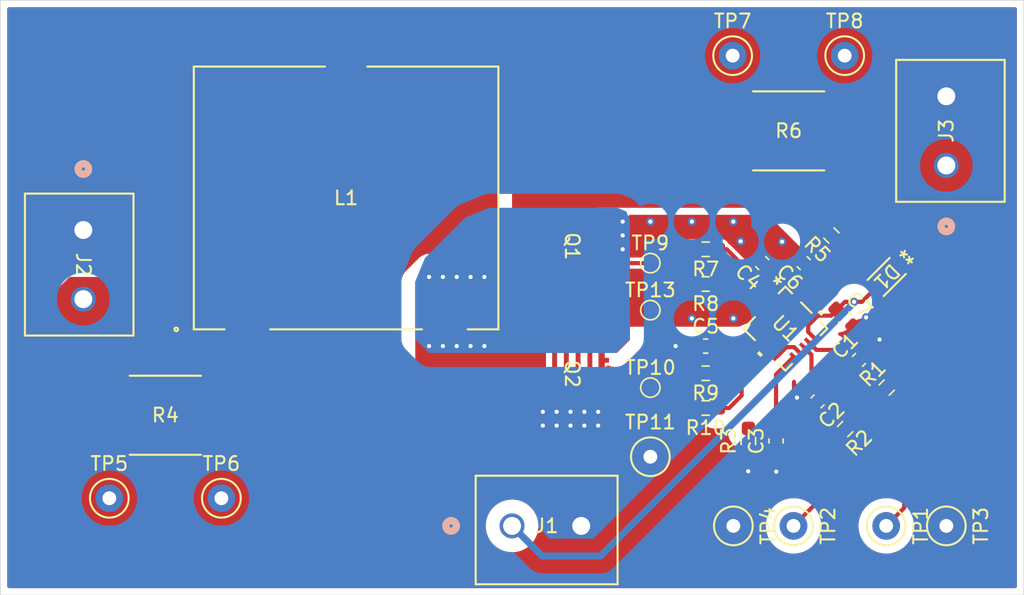
<source format=kicad_pcb>
(kicad_pcb (version 20240108) (generator "pcbnew") (generator_version "8.0")
  (layers (0 "F.Cu" signal) (1 "In1.Cu" signal) (2 "In2.Cu" signal) (31 "B.Cu" signal) (34 "B.Paste" user) (35 "F.Paste" user) (36 "B.SilkS" user "B.Silkscreen") (37 "F.SilkS" user "F.Silkscreen") (38 "B.Mask" user) (39 "F.Mask" user) (44 "Edge.Cuts" user))
  (net 0 "")
  (net 1 "/HIN")
  (net 2 "GND")
  (net 3 "/LIN")
  (net 4 "/DT")
  (net 5 "/VDDH")
  (net 6 "/SW")
  (net 7 "/VDDL")
  (net 8 "/V_{BST}")
  (net 9 "+12V")
  (net 10 "Net-(D1-K)")
  (net 11 "/L")
  (net 12 "/HSD")
  (net 13 "/HS_{Gate}")
  (net 14 "/LS_{Gate}")
  (net 15 "/HS_{PWM}")
  (net 16 "/LS_{PWM}")
  (net 17 "/HS_{SRC}")
  (net 18 "/HS_{SNK}")
  (net 19 "/LS_{SRC}")
  (net 20 "/LS_{SNK}")
  (net 21 "/In_L")
  (net 22 "/In_HSD")
  (footprint "Resistor_SMD:R_0603_1608Metric_Pad0.98x0.95mm_HandSolder" (layer "F.Cu") (at 173 103.9652 180)
    (property "Reference" "R9" (at 0 -1.43 180) (layer "F.SilkS"))
    (property "Value" "0.47 1/16W")
    (fp_line (start -0.254724 0.5225) (end 0.254724 0.5225) (stroke (width 0.12)) (layer "F.SilkS"))
    (fp_line (start -0.254724 -0.5225) (end 0.254724 -0.5225) (stroke (width 0.12)) (layer "F.SilkS"))
    (pad "1" smd roundrect (at -0.9125 0 180) (size 0.975 0.95) (layers "F.Cu" "F.Paste" "F.Mask") (net 19 "/LS_{SRC}"))
    (pad "2" smd roundrect (at 0.9125 0 180) (size 0.975 0.95) (layers "F.Cu" "F.Paste" "F.Mask") (net 14 "/LS_{Gate}"))
  )
  (footprint "TestPoint:TestPoint_Keystone_5000-5004_Miniature" (layer "F.Cu") (at 183.0513 81)
    (property "Reference" "TP8" (at 0 -2.5 0) (layer "F.SilkS"))
    (property "Value" "Test_Point")
    (fp_circle (center 0 0) (end 1.4 0) (stroke (width 0.15)) (fill none) (layer "F.SilkS"))
    (pad "1" thru_hole circle (at 0 0) (size 2 2) (drill 1) (layers "*.Cu" "*.Mask") (net 22 "/In_HSD"))
  )
  (footprint "Resistor_SMD:R_0603_1608Metric_Pad0.98x0.95mm_HandSolder" (layer "F.Cu") (at 183.0875 108 -135)
    (property "Reference" "R2" (at 0 -1.43 225) (layer "F.SilkS"))
    (property "Value" "2.2 0.1W")
    (fp_line (start -0.254724 0.5225) (end 0.254724 0.5225) (stroke (width 0.12)) (layer "F.SilkS"))
    (fp_line (start -0.254724 -0.5225) (end 0.254724 -0.5225) (stroke (width 0.12)) (layer "F.SilkS"))
    (pad "1" smd roundrect (at -0.9125 0 225) (size 0.975 0.95) (layers "F.Cu" "F.Paste" "F.Mask") (net 3 "/LIN"))
    (pad "2" smd roundrect (at 0.9125 0 225) (size 0.975 0.95) (layers "F.Cu" "F.Paste" "F.Mask") (net 16 "/LS_{PWM}"))
  )
  (footprint "Capacitor_SMD:C_0603_1608Metric_Pad1.08x0.95mm_HandSolder" (layer "F.Cu") (at 177.0875 96 135)
    (property "Reference" "C4" (at 0 -1.43 315) (layer "F.SilkS"))
    (property "Value" "1uF")
    (fp_line (start -0.146267 -0.51) (end 0.146267 -0.51) (stroke (width 0.12)) (layer "F.SilkS"))
    (fp_line (start -0.146267 0.51) (end 0.146267 0.51) (stroke (width 0.12)) (layer "F.SilkS"))
    (pad "1" smd roundrect (at -0.862501 0 135) (size 1.075 0.95) (layers "F.Cu" "F.Paste" "F.Mask") (net 5 "/VDDH"))
    (pad "2" smd roundrect (at 0.862501 0 135) (size 1.075 0.95) (layers "F.Cu" "F.Paste" "F.Mask") (net 6 "/SW"))
  )
  (footprint "GTSR_KiCAD_Footprints:RES_PU3921_.5mOHM_YAG-L" (layer "F.Cu") (at 179 86.4369)
    (property "Reference" "R6" (at 0 0 0) (layer "F.SilkS"))
    (property "Value" "PU3921FKM130U5L")
    (fp_line (start -2.574413 2.8575) (end 2.574413 2.8575) (stroke (width 0.1524)) (layer "F.SilkS"))
    (fp_line (start 2.574413 -2.8575) (end -2.574413 -2.8575) (stroke (width 0.1524)) (layer "F.SilkS"))
    (pad "1" smd rect (at -4.0513 0) (size 2.3622 5.4102) (layers "F.Cu" "F.Paste" "F.Mask") (net 12 "/HSD"))
    (pad "2" smd rect (at 4.0513 0) (size 2.3622 5.4102) (layers "F.Cu" "F.Paste" "F.Mask") (net 22 "/In_HSD"))
  )
  (footprint "Resistor_SMD:R_0603_1608Metric_Pad0.98x0.95mm_HandSolder" (layer "F.Cu") (at 173 97.51 180)
    (property "Reference" "R8" (at 0 -1.43 180) (layer "F.SilkS"))
    (property "Value" "0 1/16W")
    (fp_line (start -0.254724 0.5225) (end 0.254724 0.5225) (stroke (width 0.12)) (layer "F.SilkS"))
    (fp_line (start -0.254724 -0.5225) (end 0.254724 -0.5225) (stroke (width 0.12)) (layer "F.SilkS"))
    (pad "1" smd roundrect (at -0.9125 0 180) (size 0.975 0.95) (layers "F.Cu" "F.Paste" "F.Mask") (net 18 "/HS_{SNK}"))
    (pad "2" smd roundrect (at 0.9125 0 180) (size 0.975 0.95) (layers "F.Cu" "F.Paste" "F.Mask") (net 13 "/HS_{Gate}"))
  )
  (footprint "Resistor_SMD:R_0603_1608Metric_Pad0.98x0.95mm_HandSolder" (layer "F.Cu") (at 173 95 180)
    (property "Reference" "R7" (at 0 -1.43 180) (layer "F.SilkS"))
    (property "Value" "0.47 1/16W")
    (fp_line (start -0.254724 0.5225) (end 0.254724 0.5225) (stroke (width 0.12)) (layer "F.SilkS"))
    (fp_line (start -0.254724 -0.5225) (end 0.254724 -0.5225) (stroke (width 0.12)) (layer "F.SilkS"))
    (pad "1" smd roundrect (at -0.9125 0 180) (size 0.975 0.95) (layers "F.Cu" "F.Paste" "F.Mask") (net 17 "/HS_{SRC}"))
    (pad "2" smd roundrect (at 0.9125 0 180) (size 0.975 0.95) (layers "F.Cu" "F.Paste" "F.Mask") (net 13 "/HS_{Gate}"))
  )
  (footprint "GTSR_KiCAD_Footprints:EPC2304_ECC" (layer "F.Cu") (at 163.350001 94.7808 -90)
    (property "Reference" "Q1" (at 0 0 -90) (layer "F.SilkS"))
    (property "Value" "EPC2304ENGRT")
    (pad "1" smd rect (at 0.9796 -2.277394 270) (size 0.3556 0.76199) (layers "F.Cu" "F.Paste" "F.Mask") (net 13 "/HS_{Gate}"))
    (pad "1" smd rect (at 1.2192 -2.124999 270) (size 0.9652 0.4572) (layers "F.Cu" "F.Paste" "F.Mask") (net 13 "/HS_{Gate}"))
    (pad "2" smd rect (at -0.974 -2.281694 270) (size 0.3556 0.753389) (layers "F.Cu" "F.Paste" "F.Mask") (net 6 "/SW"))
    (pad "2" smd rect (at -0.6477 -2.124999 270) (size 2.1082 0.4572) (layers "F.Cu" "F.Paste" "F.Mask") (net 6 "/SW") (clearance 0.2))
    (pad "2" smd rect (at -0.324 -2.281694 270) (size 0.3556 0.753388) (layers "F.Cu" "F.Paste" "F.Mask") (net 6 "/SW"))
    (pad "2" smd rect (at 0.2304 -2.281694 270) (size 0.3556 0.753388) (layers "F.Cu" "F.Paste" "F.Mask") (net 6 "/SW"))
    (pad "3" smd rect (at 0 -1.274999 270) (size 3.4036 0.3556) (layers "F.Cu" "F.Paste" "F.Mask") (net 12 "/HSD"))
    (pad "4" smd rect (at 0 -0.425 270) (size 3.4036 0.3556) (layers "F.Cu" "F.Paste" "F.Mask") (net 6 "/SW"))
    (pad "5" smd rect (at 0 0.425 270) (size 3.4036 0.3556) (layers "F.Cu" "F.Paste" "F.Mask") (net 12 "/HSD"))
    (pad "6" smd rect (at 0 1.275001 270) (size 3.4036 0.3556) (layers "F.Cu" "F.Paste" "F.Mask") (net 6 "/SW"))
    (pad "7" smd rect (at -0.974012 2.505987 270) (size 0.3556 0.304796) (layers "F.Cu" "F.Paste" "F.Mask") (net 12 "/HSD"))
    (pad "7" smd rect (at -0.324012 2.502922 270) (size 0.3556 0.310933) (layers "F.Cu" "F.Paste" "F.Mask") (net 12 "/HSD"))
    (pad "7" smd rect (at 0 2.125001 270) (size 3.4036 0.4572) (layers "F.Cu" "F.Paste" "F.Mask") (net 12 "/HSD"))
    (pad "7" smd rect (at 0.325999 2.465844 270) (size 0.355598 0.385089) (layers "F.Cu" "F.Paste" "F.Mask") (net 12 "/HSD"))
    (pad "7" smd rect (at 0.976006 2.391689 270) (size 0.35559 0.5334) (layers "F.Cu" "F.Paste" "F.Mask") (net 12 "/HSD"))
  )
  (footprint "TestPoint:TestPoint_Keystone_5000-5004_Miniature" (layer "F.Cu") (at 175 115 -90)
    (property "Reference" "TP4" (at 0 -2.5 90) (layer "F.SilkS"))
    (property "Value" "Test_Point")
    (fp_circle (center 0 0) (end 1.4 0) (stroke (width 0.15)) (fill none) (layer "F.SilkS"))
    (pad "1" thru_hole circle (at 0 0 270) (size 2 2) (drill 1) (layers "*.Cu" "*.Mask") (net 2 "GND"))
  )
  (footprint "TestPoint:TestPoint_Keystone_5000-5004_Miniature" (layer "F.Cu") (at 129.88 113)
    (property "Reference" "TP5" (at 0 -2.5 0) (layer "F.SilkS"))
    (property "Value" "Test_Point")
    (fp_circle (center 0 0) (end 1.4 0) (stroke (width 0.15)) (fill none) (layer "F.SilkS"))
    (pad "1" thru_hole circle (at 0 0) (size 2 2) (drill 1) (layers "*.Cu" "*.Mask") (net 21 "/In_L"))
  )
  (footprint "Capacitor_SMD:C_0603_1608Metric_Pad1.08x0.95mm_HandSolder" (layer "F.Cu") (at 173 102)
    (property "Reference" "C5" (at 0 -1.43 0) (layer "F.SilkS"))
    (property "Value" "1uF")
    (fp_line (start -0.146267 -0.51) (end 0.146267 -0.51) (stroke (width 0.12)) (layer "F.SilkS"))
    (fp_line (start -0.146267 0.51) (end 0.146267 0.51) (stroke (width 0.12)) (layer "F.SilkS"))
    (pad "1" smd roundrect (at -0.8625 0) (size 1.075 0.95) (layers "F.Cu" "F.Paste" "F.Mask") (net 2 "GND"))
    (pad "2" smd roundrect (at 0.8625 0) (size 1.075 0.95) (layers "F.Cu" "F.Paste" "F.Mask") (net 7 "/VDDL"))
  )
  (footprint "GTSR_KiCAD_Footprints:EPC2304_ECC" (layer "F.Cu") (at 163.350001 104.001 -90)
    (property "Reference" "Q2" (at 0 0 -90) (layer "F.SilkS"))
    (property "Value" "EPC2304ENGRT")
    (pad "1" smd rect (at 0.9796 -2.277394 270) (size 0.3556 0.76199) (layers "F.Cu" "F.Paste" "F.Mask") (net 14 "/LS_{Gate}"))
    (pad "1" smd rect (at 1.2192 -2.124999 270) (size 0.9652 0.4572) (layers "F.Cu" "F.Paste" "F.Mask") (net 14 "/LS_{Gate}"))
    (pad "2" smd rect (at -0.974 -2.281694 270) (size 0.3556 0.753389) (layers "F.Cu" "F.Paste" "F.Mask") (net 2 "GND"))
    (pad "2" smd rect (at -0.6477 -2.124999 270) (size 2.1082 0.4572) (layers "F.Cu" "F.Paste" "F.Mask") (net 2 "GND"))
    (pad "2" smd rect (at -0.324 -2.281694 270) (size 0.3556 0.753388) (layers "F.Cu" "F.Paste" "F.Mask") (net 2 "GND"))
    (pad "2" smd rect (at 0.2304 -2.281694 270) (size 0.3556 0.753388) (layers "F.Cu" "F.Paste" "F.Mask") (net 2 "GND"))
    (pad "3" smd rect (at 0 -1.274999 270) (size 3.4036 0.3556) (layers "F.Cu" "F.Paste" "F.Mask") (net 6 "/SW"))
    (pad "4" smd rect (at 0 -0.425 270) (size 3.4036 0.3556) (layers "F.Cu" "F.Paste" "F.Mask") (net 2 "GND"))
    (pad "5" smd rect (at 0 0.425 270) (size 3.4036 0.3556) (layers "F.Cu" "F.Paste" "F.Mask") (net 6 "/SW"))
    (pad "6" smd rect (at 0 1.275001 270) (size 3.4036 0.3556) (layers "F.Cu" "F.Paste" "F.Mask") (net 2 "GND"))
    (pad "7" smd rect (at -0.974012 2.505987 270) (size 0.3556 0.304796) (layers "F.Cu" "F.Paste" "F.Mask") (net 6 "/SW"))
    (pad "7" smd rect (at -0.324012 2.502922 270) (size 0.3556 0.310933) (layers "F.Cu" "F.Paste" "F.Mask") (net 6 "/SW"))
    (pad "7" smd rect (at 0 2.125001 270) (size 3.4036 0.4572) (layers "F.Cu" "F.Paste" "F.Mask") (net 6 "/SW"))
    (pad "7" smd rect (at 0.325999 2.465844 270) (size 0.355598 0.385089) (layers "F.Cu" "F.Paste" "F.Mask") (net 6 "/SW"))
    (pad "7" smd rect (at 0.976006 2.391689 270) (size 0.35559 0.5334) (layers "F.Cu" "F.Paste" "F.Mask") (net 6 "/SW"))
  )
  (footprint "TestPoint:TestPoint_Keystone_5000-5004_Miniature" (layer "F.Cu") (at 179.35 115 -90)
    (property "Reference" "TP2" (at 0 -2.5 90) (layer "F.SilkS"))
    (property "Value" "Test_Point")
    (fp_circle (center 0 0) (end 1.4 0) (stroke (width 0.15)) (fill none) (layer "F.SilkS"))
    (pad "1" thru_hole circle (at 0 0 270) (size 2 2) (drill 1) (layers "*.Cu" "*.Mask") (net 16 "/LS_{PWM}"))
  )
  (footprint "Resistor_SMD:R_0603_1608Metric_Pad0.98x0.95mm_HandSolder" (layer "F.Cu") (at 176.0875 108.862501 90)
    (property "Reference" "R3" (at 0 -1.43 -90) (layer "F.SilkS"))
    (property "Value" "50k")
    (fp_line (start -0.254724 -0.5225) (end 0.254724 -0.5225) (stroke (width 0.12)) (layer "F.SilkS"))
    (fp_line (start -0.254724 0.5225) (end 0.254724 0.5225) (stroke (width 0.12)) (layer "F.SilkS"))
    (pad "1" smd roundrect (at -0.9125 0 90) (size 0.975 0.95) (layers "F.Cu" "F.Paste" "F.Mask") (net 2 "GND"))
    (pad "2" smd roundrect (at 0.9125 0 90) (size 0.975 0.95) (layers "F.Cu" "F.Paste" "F.Mask") (net 4 "/DT"))
  )
  (footprint "TestPoint:TestPoint_Keystone_5000-5004_Miniature" (layer "F.Cu") (at 190.4 115 -90)
    (property "Reference" "TP3" (at 0 -2.5 90) (layer "F.SilkS"))
    (property "Value" "Test_Point")
    (fp_circle (center 0 0) (end 1.4 0) (stroke (width 0.15)) (fill none) (layer "F.SilkS"))
    (pad "1" thru_hole circle (at 0 0 270) (size 2 2) (drill 1) (layers "*.Cu" "*.Mask") (net 2 "GND"))
  )
  (footprint "TestPoint:TestPoint_Pad_D1.0mm" (layer "F.Cu") (at 169 96)
    (property "Reference" "TP9" (at 0 -1.448 0) (layer "F.SilkS"))
    (property "Value" "Test_Point")
    (fp_circle (center 0 0) (end 0 0.7) (stroke (width 0.12)) (fill none) (layer "F.SilkS"))
    (pad "1" smd circle (at 0 0) (size 1 1) (layers "F.Cu" "F.Mask") (net 13 "/HS_{Gate}"))
  )
  (footprint "GTSR_KiCAD_Footprints:QFN_0AMNTWG_ONS-L" (layer "F.Cu") (at 178.76124 100.7376 -45)
    (property "Reference" "U1" (at 0 0 -45) (layer "F.SilkS"))
    (property "Value" "NCP51820AMNTWG")
    (fp_line (start -2.1463 2.1463) (end -0.959866 2.1463) (stroke (width 0.1524)) (layer "F.SilkS"))
    (fp_line (start -2.1463 0.959866) (end -2.1463 2.1463) (stroke (width 0.1524)) (layer "F.SilkS"))
    (fp_line (start 1.459992 2.1463) (end 2.1463 2.1463) (stroke (width 0.1524)) (layer "F.SilkS"))
    (fp_line (start -2.1463 -2.1463) (end -2.1463 -1.459992) (stroke (width 0.1524)) (layer "F.SilkS"))
    (fp_line (start 2.1463 2.1463) (end 2.1463 1.459992) (stroke (width 0.1524)) (layer "F.SilkS"))
    (fp_line (start -1.459992 -2.1463) (end -2.1463 -2.1463) (stroke (width 0.1524)) (layer "F.SilkS"))
    (fp_line (start 0.540512 -2.1463) (end -0.540512 -2.1463) (stroke (width 0.1524)) (layer "F.SilkS"))
    (fp_line (start 2.1463 -1.459992) (end 2.1463 -2.1463) (stroke (width 0.1524)) (layer "F.SilkS"))
    (fp_line (start 2.1463 -2.1463) (end 1.459992 -2.1463) (stroke (width 0.1524)) (layer "F.SilkS"))
    (fp_poly (pts (xy -0.1905 2.4765) (xy -0.1905 2.7305) (xy 0.1905 2.7305) (xy 0.1905 2.4765)) (fill solid) (layer "F.SilkS"))
    (fp_poly (pts (xy 0.809752 -2.4765) (xy 0.809752 -2.7305) (xy 1.190752 -2.7305) (xy 1.190752 -2.4765)) (fill solid) (layer "F.SilkS"))
    (fp_text user "*" (at -2.8575 -1.750441 -45) (layer "F.SilkS"))
    (fp_text user "*" (at -2.8575 -1.750441 135) (layer "F.SilkS"))
    (pad "1" smd rect (at -1.8669 -1.000252 45) (size 0.254 0.7112) (layers "F.Cu" "F.Paste" "F.Mask") (net 5 "/VDDH"))
    (pad "2" smd rect (at -1.8669 -0.500126 45) (size 0.254 0.7112) (layers "F.Cu" "F.Paste" "F.Mask") (net 17 "/HS_{SRC}"))
    (pad "3" smd rect (at -1.8669 0 45) (size 0.254 0.7112) (layers "F.Cu" "F.Paste" "F.Mask") (net 18 "/HS_{SNK}"))
    (pad "4" smd rect (at -1.8669 0.500126 45) (size 0.254 0.7112) (layers "F.Cu" "F.Paste" "F.Mask") (net 6 "/SW"))
    (pad "5" smd rect (at -0.500126 1.8669 315) (size 0.254 0.7112) (layers "F.Cu" "F.Paste" "F.Mask") (net 7 "/VDDL"))
    (pad "6" smd rect (at 0 1.8669 315) (size 0.254 0.7112) (layers "F.Cu" "F.Paste" "F.Mask") (net 19 "/LS_{SRC}"))
    (pad "7" smd rect (at 0.500126 1.8669 315) (size 0.254 0.7112) (layers "F.Cu" "F.Paste" "F.Mask") (net 20 "/LS_{SNK}"))
    (pad "8" smd rect (at 1.000252 1.8669 315) (size 0.254 0.7112) (layers "F.Cu" "F.Paste" "F.Mask") (net 2 "GND"))
    (pad "9" smd rect (at 1.8669 1.000252 45) (size 0.254 0.7112) (layers "F.Cu" "F.Paste" "F.Mask") (net 4 "/DT"))
    (pad "10" smd rect (at 1.8669 0.500126 45) (size 0.254 0.7112) (layers "F.Cu" "F.Paste" "F.Mask") (net 2 "GND"))
    (pad "11" smd rect (at 1.8669 0 45) (size 0.254 0.7112) (layers "F.Cu" "F.Paste" "F.Mask") (net 3 "/LIN"))
    (pad "12" smd rect (at 1.8669 -0.500126 45) (size 0.254 0.7112) (layers "F.Cu" "F.Paste" "F.Mask") (net 1 "/HIN"))
    (pad "13" smd rect (at 1.8669 -1.000252 45) (size 0.254 0.7112) (layers "F.Cu" "F.Paste" "F.Mask") (net 9 "+12V"))
    (pad "14" smd rect (at 1.000252 -1.8669 315) (size 0.254 0.7112) (layers "F.Cu" "F.Paste" "F.Mask") (net 9 "+12V"))
    (pad "15" smd rect (at -1.000252 -1.8669 315) (size 0.254 0.7112) (layers "F.Cu" "F.Paste" "F.Mask") (net 8 "/V_{BST}"))
  )
  (footprint "GTSR_KiCAD_Footprints:DIO_RFU02VS_ROM-M" (layer "F.Cu") (at 186.0875 97 -135)
    (property "Reference" "D1" (at 0 0 -135) (layer "F.SilkS"))
    (property "Value" "RFU02VSM6STR")
    (fp_line (start 1.1303 -0.8255) (end -1.1303 -0.8255) (stroke (width 0.1524)) (layer "F.SilkS"))
    (fp_line (start -1.1303 0.8255) (end 1.1303 0.8255) (stroke (width 0.1524)) (layer "F.SilkS"))
    (fp_text user "*" (at -2.032 0 225) (layer "F.SilkS"))
    (fp_text user "*" (at -2.032 0 -135) (layer "F.SilkS"))
    (pad "1" smd rect (at -1.3716 0 225) (size 0.5588 0.889) (layers "F.Cu" "F.Paste" "F.Mask") (net 10 "Net-(D1-K)"))
    (pad "2" smd rect (at 1.3716 0 225) (size 0.5588 0.889) (layers "F.Cu" "F.Paste" "F.Mask") (net 9 "+12V"))
  )
  (footprint "Resistor_SMD:R_0603_1608Metric_Pad0.98x0.95mm_HandSolder" (layer "F.Cu") (at 173 106.4752 180)
    (property "Reference" "R10" (at 0 -1.43 180) (layer "F.SilkS"))
    (property "Value" "0 1/16W")
    (fp_line (start -0.254724 0.5225) (end 0.254724 0.5225) (stroke (width 0.12)) (layer "F.SilkS"))
    (fp_line (start -0.254724 -0.5225) (end 0.254724 -0.5225) (stroke (width 0.12)) (layer "F.SilkS"))
    (pad "1" smd roundrect (at -0.9125 0 180) (size 0.975 0.95) (layers "F.Cu" "F.Paste" "F.Mask") (net 20 "/LS_{SNK}"))
    (pad "2" smd roundrect (at 0.9125 0 180) (size 0.975 0.95) (layers "F.Cu" "F.Paste" "F.Mask") (net 14 "/LS_{Gate}"))
  )
  (footprint "TestPoint:TestPoint_Pad_D1.0mm" (layer "F.Cu") (at 169 105)
    (property "Reference" "TP10" (at 0 -1.448 0) (layer "F.SilkS"))
    (property "Value" "Test_Point")
    (fp_circle (center 0 0) (end 0 0.7) (stroke (width 0.12)) (fill none) (layer "F.SilkS"))
    (pad "1" smd circle (at 0 0) (size 1 1) (layers "F.Cu" "F.Mask") (net 14 "/LS_{Gate}"))
  )
  (footprint "TestPoint:TestPoint_Keystone_5000-5004_Miniature" (layer "F.Cu") (at 169 110)
    (property "Reference" "TP11" (at 0 -2.5 0) (layer "F.SilkS"))
    (property "Value" "Test_Point")
    (fp_circle (center 0 0) (end 1.4 0) (stroke (width 0.15)) (fill none) (layer "F.SilkS"))
    (pad "1" thru_hole circle (at 0 0) (size 2 2) (drill 1) (layers "*.Cu" "*.Mask") (net 2 "GND"))
  )
  (footprint "Capacitor_SMD:C_0603_1608Metric_Pad1.08x0.95mm_HandSolder" (layer "F.Cu") (at 184.0875 103 45)
    (property "Reference" "C1" (at 0 -1.43 45) (layer "F.SilkS"))
    (property "Value" "15pF")
    (fp_line (start -0.146267 -0.51) (end 0.146267 -0.51) (stroke (width 0.12)) (layer "F.SilkS"))
    (fp_line (start -0.146267 0.51) (end 0.146267 0.51) (stroke (width 0.12)) (layer "F.SilkS"))
    (pad "1" smd roundrect (at -0.862501 0 45) (size 1.075 0.95) (layers "F.Cu" "F.Paste" "F.Mask") (net 1 "/HIN"))
    (pad "2" smd roundrect (at 0.862501 0 45) (size 1.075 0.95) (layers "F.Cu" "F.Paste" "F.Mask") (net 2 "GND"))
  )
  (footprint "Capacitor_SMD:C_0603_1608Metric_Pad1.08x0.95mm_HandSolder" (layer "F.Cu") (at 180.0875 96 135)
    (property "Reference" "C6" (at 0 -1.43 315) (layer "F.SilkS"))
    (property "Value" "470nF")
    (fp_line (start -0.146267 -0.51) (end 0.146267 -0.51) (stroke (width 0.12)) (layer "F.SilkS"))
    (fp_line (start -0.146267 0.51) (end 0.146267 0.51) (stroke (width 0.12)) (layer "F.SilkS"))
    (pad "1" smd roundrect (at -0.862501 0 135) (size 1.075 0.95) (layers "F.Cu" "F.Paste" "F.Mask") (net 8 "/V_{BST}"))
    (pad "2" smd roundrect (at 0.862501 0 135) (size 1.075 0.95) (layers "F.Cu" "F.Paste" "F.Mask") (net 6 "/SW"))
  )
  (footprint "Capacitor_SMD:C_0603_1608Metric_Pad1.08x0.95mm_HandSolder" (layer "F.Cu") (at 178.0875 108.862501 90)
    (property "Reference" "C3" (at 0 -1.43 -90) (layer "F.SilkS"))
    (property "Value" "0.1uF")
    (fp_line (start -0.146267 -0.51) (end 0.146267 -0.51) (stroke (width 0.12)) (layer "F.SilkS"))
    (fp_line (start -0.146267 0.51) (end 0.146267 0.51) (stroke (width 0.12)) (layer "F.SilkS"))
    (pad "1" smd roundrect (at -0.862501 0 90) (size 1.075 0.95) (layers "F.Cu" "F.Paste" "F.Mask") (net 2 "GND"))
    (pad "2" smd roundrect (at 0.862501 0 90) (size 1.075 0.95) (layers "F.Cu" "F.Paste" "F.Mask") (net 4 "/DT"))
  )
  (footprint "Resistor_SMD:R_0603_1608Metric_Pad0.98x0.95mm_HandSolder" (layer "F.Cu") (at 182.0875 94 135)
    (property "Reference" "R5" (at 0 -1.43 315) (layer "F.SilkS"))
    (property "Value" "2 1/16W")
    (fp_line (start -0.254724 -0.5225) (end 0.254724 -0.5225) (stroke (width 0.12)) (layer "F.SilkS"))
    (fp_line (start -0.254724 0.5225) (end 0.254724 0.5225) (stroke (width 0.12)) (layer "F.SilkS"))
    (pad "1" smd roundrect (at -0.9125 0 135) (size 0.975 0.95) (layers "F.Cu" "F.Paste" "F.Mask") (net 10 "Net-(D1-K)"))
    (pad "2" smd roundrect (at 0.9125 0 135) (size 0.975 0.95) (layers "F.Cu" "F.Paste" "F.Mask") (net 8 "/V_{BST}"))
  )
  (footprint "TestPoint:TestPoint_Keystone_5000-5004_Miniature" (layer "F.Cu") (at 137.9826 113)
    (property "Reference" "TP6" (at 0 -2.5 0) (layer "F.SilkS"))
    (property "Value" "Test_Point")
    (fp_circle (center 0 0) (end 1.4 0) (stroke (width 0.15)) (fill none) (layer "F.SilkS"))
    (pad "1" thru_hole circle (at 0 0) (size 2 2) (drill 1) (layers "*.Cu" "*.Mask") (net 11 "/L"))
  )
  (footprint "GTSR_KiCAD_Footprints_SD:CONN2_710002_WRE" (layer "F.Cu") (at 190.4 88.9369 90)
    (property "Reference" "J3" (at 2.5 0 90) (layer "F.SilkS"))
    (property "Value" "691137710002")
    (fp_circle (center -4.4088 0) (end -4.0278 0) (stroke (width 0.508)) (fill none) (layer "B.SilkS"))
    (fp_line (start 7.6308 -3.627001) (end -2.6308 -3.627001) (stroke (width 0.1524)) (layer "F.SilkS"))
    (fp_line (start -2.6308 -3.627001) (end -2.6308 4.221599) (stroke (width 0.1524)) (layer "F.SilkS"))
    (fp_line (start 7.6308 4.221599) (end 7.6308 -3.627001) (stroke (width 0.1524)) (layer "F.SilkS"))
    (fp_line (start -2.6308 4.221599) (end 7.6308 4.221599) (stroke (width 0.1524)) (layer "F.SilkS"))
    (fp_circle (center -4.4088 0) (end -4.0278 0) (stroke (width 0.508)) (fill none) (layer "F.SilkS"))
    (pad "1" thru_hole circle (at 0 0 90) (size 1.8034 1.8034) (drill 1.2954) (layers "*.Cu" "*.Mask") (net 22 "/In_HSD"))
    (pad "2" thru_hole circle (at 5 0 90) (size 1.8034 1.8034) (drill 1.2954) (layers "*.Cu" "*.Mask") (net 2 "GND"))
  )
  (footprint "TestPoint:TestPoint_Keystone_5000-5004_Miniature" (layer "F.Cu") (at 186.05 115 -90)
    (property "Reference" "TP1" (at 0 -2.5 90) (layer "F.SilkS"))
    (property "Value" "Test_Point")
    (fp_circle (center 0 0) (end 1.4 0) (stroke (width 0.15)) (fill none) (layer "F.SilkS"))
    (pad "1" thru_hole circle (at 0 0 270) (size 2 2) (drill 1) (layers "*.Cu" "*.Mask") (net 15 "/HS_{PWM}"))
  )
  (footprint "GTSR_KiCAD_Footprints_SD:CONN2_710002_WRE" (layer "F.Cu") (at 128 93.6049 -90)
    (property "Reference" "J2" (at 2.5 0 -90) (layer "F.SilkS"))
    (property "Value" "691137710002")
    (fp_circle (center -4.4088 0) (end -4.0278 0) (stroke (width 0.508)) (fill none) (layer "B.SilkS"))
    (fp_line (start -2.6308 4.221599) (end 7.6308 4.221599) (stroke (width 0.1524)) (layer "F.SilkS"))
    (fp_line (start 7.6308 4.221599) (end 7.6308 -3.627001) (stroke (width 0.1524)) (layer "F.SilkS"))
    (fp_line (start -2.6308 -3.627001) (end -2.6308 4.221599) (stroke (width 0.1524)) (layer "F.SilkS"))
    (fp_line (start 7.6308 -3.627001) (end -2.6308 -3.627001) (stroke (width 0.1524)) (layer "F.SilkS"))
    (fp_circle (center -4.4088 0) (end -4.0278 0) (stroke (width 0.508)) (fill none) (layer "F.SilkS"))
    (pad "1" thru_hole circle (at 0 0 270) (size 1.8034 1.8034) (drill 1.2954) (layers "*.Cu" "*.Mask") (net 2 "GND"))
    (pad "2" thru_hole circle (at 5 0 270) (size 1.8034 1.8034) (drill 1.2954) (layers "*.Cu" "*.Mask") (net 21 "/In_L"))
  )
  (footprint "GTSR_KiCAD_Footprints_SD:IND_6000A_MUR" (layer "F.Cu") (at 147 91.2883)
    (property "Reference" "L1" (at 0 0 0) (layer "F.SilkS"))
    (property "Value" "58 uH")
    (fp_line (start -11.0109 -9.4996) (end -11.0109 9.4996) (stroke (width 0.1524)) (layer "F.SilkS"))
    (fp_line (start -11.0109 9.4996) (end -8.79094 9.4996) (stroke (width 0.1524)) (layer "F.SilkS"))
    (fp_line (start -5.48386 9.4996) (end 5.48386 9.4996) (stroke (width 0.1524)) (layer "F.SilkS"))
    (fp_line (start -1.537181 -9.4996) (end -11.0109 -9.4996) (stroke (width 0.1524)) (layer "F.SilkS"))
    (fp_line (start 8.79094 9.4996) (end 11.0109 9.4996) (stroke (width 0.1524)) (layer "F.SilkS"))
    (fp_line (start 11.0109 -9.4996) (end 1.537181 -9.4996) (stroke (width 0.1524)) (layer "F.SilkS"))
    (fp_line (start 11.0109 9.4996) (end 11.0109 -9.4996) (stroke (width 0.1524)) (layer "F.SilkS"))
    (fp_circle (center -12.2809 9.4996) (end -12.1539 9.4996) (stroke (width 0.1524)) (fill none) (layer "F.SilkS"))
    (pad "1" smd rect (at -7.1374 8.1026) (size 2.6416 3.5052) (layers "F.Cu" "F.Paste" "F.Mask") (net 11 "/L"))
    (pad "2" smd rect (at 7.1374 8.1026) (size 2.6416 3.5052) (layers "F.Cu" "F.Paste" "F.Mask") (net 6 "/SW"))
    (pad "3" smd rect (at 0 -8.636) (size 2.5908 2.3368) (layers "F.Cu" "F.Paste" "F.Mask"))
  )
  (footprint "Capacitor_SMD:C_0603_1608Metric_Pad1.08x0.95mm_HandSolder" (layer "F.Cu") (at 181.0875 106 -135)
    (property "Reference" "C2" (at 0 -1.43 225) (layer "F.SilkS"))
    (property "Value" "15pF")
    (fp_line (start -0.146267 0.51) (end 0.146267 0.51) (stroke (width 0.12)) (layer "F.SilkS"))
    (fp_line (start -0.146267 -0.51) (end 0.146267 -0.51) (stroke (width 0.12)) (layer "F.SilkS"))
    (pad "1" smd roundrect (at -0.862501 0 225) (size 1.075 0.95) (layers "F.Cu" "F.Paste" "F.Mask") (net 3 "/LIN"))
    (pad "2" smd roundrect (at 0.862501 0 225) (size 1.075 0.95) (layers "F.Cu" "F.Paste" "F.Mask") (net 2 "GND"))
  )
  (footprint "GTSR_KiCAD_Footprints:RES_PU3921_.5mOHM_YAG-L" (layer "F.Cu") (at 133.9313 107)
    (property "Reference" "R4" (at 0 0 0) (layer "F.SilkS"))
    (property "Value" "PU3921FKM130U5L")
    (fp_line (start -2.574413 2.8575) (end 2.574413 2.8575) (stroke (width 0.1524)) (layer "F.SilkS"))
    (fp_line (start 2.574413 -2.8575) (end -2.574413 -2.8575) (stroke (width 0.1524)) (layer "F.SilkS"))
    (pad "1" smd rect (at -4.0513 0) (size 2.3622 5.4102) (layers "F.Cu" "F.Paste" "F.Mask") (net 21 "/In_L"))
    (pad "2" smd rect (at 4.0513 0) (size 2.3622 5.4102) (layers "F.Cu" "F.Paste" "F.Mask") (net 11 "/L"))
  )
  (footprint "TestPoint:TestPoint_Keystone_5000-5004_Miniature" (layer "F.Cu") (at 174.9487 81)
    (property "Reference" "TP7" (at 0 -2.5 0) (layer "F.SilkS"))
    (property "Value" "Test_Point")
    (fp_circle (center 0 0) (end 1.4 0) (stroke (width 0.15)) (fill none) (layer "F.SilkS"))
    (pad "1" thru_hole circle (at 0 0) (size 2 2) (drill 1) (layers "*.Cu" "*.Mask") (net 12 "/HSD"))
  )
  (footprint "Capacitor_SMD:C_0603_1608Metric_Pad1.08x0.95mm_HandSolder" (layer "F.Cu") (at 183.0875 100 -45)
    (property "Reference" "C7" (at 0 -1.43 135) (layer "F.SilkS"))
    (property "Value" "1uF")
    (fp_line (start -0.146267 0.51) (end 0.146267 0.51) (stroke (width 0.12)) (layer "F.SilkS"))
    (fp_line (start -0.146267 -0.51) (end 0.146267 -0.51) (stroke (width 0.12)) (layer "F.SilkS"))
    (pad "1" smd roundrect (at -0.862501 0 315) (size 1.075 0.95) (layers "F.Cu" "F.Paste" "F.Mask") (net 9 "+12V"))
    (pad "2" smd roundrect (at 0.862501 0 315) (size 1.075 0.95) (layers "F.Cu" "F.Paste" "F.Mask") (net 2 "GND"))
  )
  (footprint "TestPoint:TestPoint_Pad_D1.0mm" (layer "F.Cu") (at 169 99.4)
    (property "Reference" "TP13" (at 0 -1.448 0) (layer "F.SilkS"))
    (property "Value" "Test_Point")
    (fp_circle (center 0 0) (end 0 0.7) (stroke (width 0.12)) (fill none) (layer "F.SilkS"))
    (pad "1" smd circle (at 0 0) (size 1 1) (layers "F.Cu" "F.Mask") (net 6 "/SW"))
  )
  (footprint "Resistor_SMD:R_0603_1608Metric_Pad0.98x0.95mm_HandSolder" (layer "F.Cu") (at 186.0875 105 45)
    (property "Reference" "R1" (at 0 -1.43 45) (layer "F.SilkS"))
    (property "Value" "2.2 0.1W")
    (fp_line (start -0.254724 -0.5225) (end 0.254724 -0.5225) (stroke (width 0.12)) (layer "F.SilkS"))
    (fp_line (start -0.254724 0.5225) (end 0.254724 0.5225) (stroke (width 0.12)) (layer "F.SilkS"))
    (pad "1" smd roundrect (at -0.9125 0 45) (size 0.975 0.95) (layers "F.Cu" "F.Paste" "F.Mask") (net 1 "/HIN"))
    (pad "2" smd roundrect (at 0.9125 0 45) (size 0.975 0.95) (layers "F.Cu" "F.Paste" "F.Mask") (net 15 "/HS_{PWM}"))
  )
  (footprint "GTSR_KiCAD_Footprints_SD:CONN2_710002_WRE" (layer "F.Cu") (at 159 115)
    (property "Reference" "J1" (at 2.5 0 0) (layer "F.SilkS"))
    (property "Value" "691137710002")
    (fp_circle (center -4.4088 0) (end -4.0278 0) (stroke (width 0.508)) (fill none) (layer "B.SilkS"))
    (fp_line (start -2.6308 -3.627001) (end -2.6308 4.221599) (stroke (width 0.1524)) (layer "F.SilkS"))
    (fp_line (start -2.6308 4.221599) (end 7.6308 4.221599) (stroke (width 0.1524)) (layer "F.SilkS"))
    (fp_line (start 7.6308 -3.627001) (end -2.6308 -3.627001) (stroke (width 0.1524)) (layer "F.SilkS"))
    (fp_line (start 7.6308 4.221599) (end 7.6308 -3.627001) (stroke (width 0.1524)) (layer "F.SilkS"))
    (fp_circle (center -4.4088 0) (end -4.0278 0) (stroke (width 0.508)) (fill none) (layer "F.SilkS"))
    (pad "1" thru_hole circle (at 0 0) (size 1.8034 1.8034) (drill 1.2954) (layers "*.Cu" "*.Mask") (net 9 "+12V"))
    (pad "2" thru_hole circle (at 5 0) (size 1.8034 1.8034) (drill 1.2954) (layers "*.Cu" "*.Mask") (net 2 "GND"))
  )
  (gr_rect (start 122 77) (end 196 120) (stroke (width 0.05)) (fill none) (layer "Edge.Cuts"))
  (segment (start 182.14274 102.275) (end 181.005925 102.275) (width 0.3) (layer "F.Cu") (net 1))
  (segment (start 181.005925 102.275) (end 180.43498 101.704055) (width 0.3) (layer "F.Cu") (net 1))
  (segment (start 185.442265 105.574525) (end 183.47762 103.60988) (width 0.3) (layer "F.Cu") (net 1))
  (segment (start 185.442265 105.645235) (end 185.442265 105.574525) (width 0.3) (layer "F.Cu") (net 1))
  (segment (start 183.47762 103.60988) (end 182.14274 102.275) (width 0.3) (layer "F.Cu") (net 1))
  (segment (start 184.69738 102.39012) (end 184.70988 102.39012) (width 0.3) (layer "F.Cu") (net 2))
  (segment (start 176.0875 109.775001) (end 176.0875 111.0375) (width 0.3) (layer "F.Cu") (net 2))
  (segment (start 184.70988 102.39012) (end 185.575 101.525) (width 0.3) (layer "F.Cu") (net 2))
  (segment (start 180.47762 106.60988) (end 180.47762 106.60262) (width 0.3) (layer "F.Cu") (net 2))
  (segment (start 180.47762 106.60262) (end 179.6 105.725) (width 0.3) (layer "F.Cu") (net 2))
  (segment (start 183.69738 100.60988) (end 183.91512 100.60988) (width 0.3) (layer "F.Cu") (net 2))
  (segment (start 179.727695 102.41134) (end 179.390088 102.073733) (width 0.3) (layer "F.Cu") (net 2))
  (segment (start 179.390088 102.073733) (end 178.839677 102.073733) (width 0.3) (layer "F.Cu") (net 2))
  (segment (start 178.839677 102.073733) (end 178.148427 102.764983) (width 0.3) (layer "F.Cu") (net 2))
  (segment (start 172.1375 102) (end 170.825 102) (width 0.3) (layer "F.Cu") (net 2))
  (segment (start 178.0875 111.0625) (end 178.1 111.075) (width 0.3) (layer "F.Cu") (net 2))
  (segment (start 176.0875 111.0375) (end 176.075 111.05) (width 0.3) (layer "F.Cu") (net 2))
  (segment (start 178.0875 109.725002) (end 178.0875 111.0625) (width 0.3) (layer "F.Cu") (net 2))
  (segment (start 183.91512 100.60988) (end 184.6 99.925) (width 0.3) (layer "F.Cu") (net 2))
  (via (at 165.225 107.75) (size 0.6) (drill 0.3) (layers "F.Cu" "B.Cu") (net 2))
  (via (at 163.225 106.75) (size 0.6) (drill 0.3) (layers "F.Cu" "B.Cu") (net 2))
  (via (at 163.225 107.75) (size 0.6) (drill 0.3) (layers "F.Cu" "B.Cu") (net 2))
  (via (at 164.225 107.75) (size 0.6) (drill 0.3) (layers "F.Cu" "B.Cu") (net 2))
  (via (at 164.225 106.75) (size 0.6) (drill 0.3) (layers "F.Cu" "B.Cu") (net 2))
  (via (at 161.225 107.75) (size 0.6) (drill 0.3) (layers "F.Cu" "B.Cu") (net 2))
  (via (at 178.1 111.075) (size 0.6) (drill 0.3) (layers "F.Cu" "B.Cu") (net 2))
  (via (at 184.6 99.925) (size 0.6) (drill 0.3) (layers "F.Cu" "B.Cu") (net 2))
  (via (at 165.225 106.75) (size 0.6) (drill 0.3) (layers "F.Cu" "B.Cu") (net 2))
  (via (at 176.075 111.05) (size 0.6) (drill 0.3) (layers "F.Cu" "B.Cu") (net 2))
  (via (at 170.825 102) (size 0.6) (drill 0.3) (layers "F.Cu" "B.Cu") (net 2))
  (via (at 185.575 101.525) (size 0.6) (drill 0.3) (layers "F.Cu" "B.Cu") (net 2))
  (via (at 179.6 105.725) (size 0.6) (drill 0.3) (layers "F.Cu" "B.Cu") (net 2))
  (via (at 161.225 106.75) (size 0.6) (drill 0.3) (layers "F.Cu" "B.Cu") (net 2))
  (via (at 162.225 107.75) (size 0.6) (drill 0.3) (layers "F.Cu" "B.Cu") (net 2))
  (via (at 162.225 106.75) (size 0.6) (drill 0.3) (layers "F.Cu" "B.Cu") (net 2))
  (segment (start 180.65 104.34274) (end 180.65 102.62636) (width 0.3) (layer "F.Cu") (net 3))
  (segment (start 183.662025 107.354765) (end 181.69738 105.39012) (width 0.3) (layer "F.Cu") (net 3))
  (segment (start 183.732735 107.354765) (end 183.662025 107.354765) (width 0.3) (layer "F.Cu") (net 3))
  (segment (start 181.69738 105.39012) (end 180.65 104.34274) (width 0.3) (layer "F.Cu") (net 3))
  (segment (start 180.65 102.62636) (end 180.081338 102.057698) (width 0.3) (layer "F.Cu") (net 3))
  (segment (start 178.0875 108) (end 178.0875 104.051536) (width 0.3) (layer "F.Cu") (net 4))
  (segment (start 178.037501 107.950001) (end 178.0875 108) (width 0.3) (layer "F.Cu") (net 4))
  (segment (start 176.0875 107.950001) (end 178.037501 107.950001) (width 0.3) (layer "F.Cu") (net 4))
  (segment (start 178.0875 104.051536) (end 179.374053 102.764983) (width 0.3) (layer "F.Cu") (net 4))
  (segment (start 177.69738 96.60988) (end 177.275 97.03226) (width 0.3) (layer "F.Cu") (net 5))
  (segment (start 177.275 97.03226) (end 177.275 97.83679) (width 0.3) (layer "F.Cu") (net 5))
  (segment (start 177.275 97.83679) (end 178.148427 98.710217) (width 0.3) (layer "F.Cu") (net 5))
  (segment (start 179.47762 95.39012) (end 179.46512 95.39012) (width 0.3) (layer "F.Cu") (net 6))
  (segment (start 179.46512 95.39012) (end 178.525 94.45) (width 0.3) (layer "F.Cu") (net 6))
  (segment (start 176.47762 95.37762) (end 175.525 94.425) (width 0.3) (layer "F.Cu") (net 6))
  (segment (start 176.47762 95.39012) (end 176.47762 95.37762) (width 0.3) (layer "F.Cu") (net 6))
  (via (at 156 97) (size 0.6) (drill 0.3) (layers "F.Cu" "B.Cu") (net 6))
  (via (at 157 97) (size 0.6) (drill 0.3) (layers "F.Cu" "B.Cu") (net 6))
  (via (at 178.525 94.45) (size 0.6) (drill 0.3) (layers "F.Cu" "B.Cu") (net 6))
  (via (at 175 100) (size 0.6) (drill 0.3) (layers "F.Cu" "B.Cu") (net 6))
  (via (at 157 102) (size 0.6) (drill 0.3) (layers "F.Cu" "B.Cu") (net 6))
  (via (at 155 102) (size 0.6) (drill 0.3) (layers "F.Cu" "B.Cu") (net 6))
  (via (at 175 93) (size 0.6) (drill 0.3) (layers "F.Cu" "B.Cu") (net 6))
  (via (at 172 93) (size 0.6) (drill 0.3) (layers "F.Cu" "B.Cu") (net 6))
  (via (at 167 94) (size 0.6) (drill 0.3) (layers "F.Cu" "B.Cu") (net 6))
  (via (at 153 102) (size 0.6) (drill 0.3) (layers "F.Cu" "B.Cu") (net 6))
  (via (at 154 102) (size 0.6) (drill 0.3) (layers "F.Cu" "B.Cu") (net 6))
  (via (at 172 100) (size 0.6) (drill 0.3) (layers "F.Cu" "B.Cu") (net 6))
  (via (at 155 97) (size 0.6) (drill 0.3) (layers "F.Cu" "B.Cu") (net 6))
  (via (at 169 93) (size 0.6) (drill 0.3) (layers "F.Cu" "B.Cu") (net 6))
  (via (at 167 95) (size 0.6) (drill 0.3) (layers "F.Cu" "B.Cu") (net 6))
  (via (at 167 93) (size 0.6) (drill 0.3) (layers "F.Cu" "B.Cu") (net 6))
  (via (at 175.525 94.425) (size 0.6) (drill 0.3) (layers "F.Cu" "B.Cu") (net 6))
  (via (at 154 97) (size 0.6) (drill 0.3) (layers "F.Cu" "B.Cu") (net 6))
  (via (at 156 102) (size 0.6) (drill 0.3) (layers "F.Cu" "B.Cu") (net 6))
  (via (at 153 97) (size 0.6) (drill 0.3) (layers "F.Cu" "B.Cu") (net 6))
  (segment (start 173.9625 102.1) (end 173.8625 102) (width 0.3) (layer "F.Cu") (net 7))
  (segment (start 177.0875 101.704055) (end 176.691555 102.1) (width 0.3) (layer "F.Cu") (net 7))
  (segment (start 176.691555 102.1) (end 173.9625 102.1) (width 0.3) (layer "F.Cu") (net 7))
  (segment (start 181.375 95.93226) (end 180.69738 96.60988) (width 0.3) (layer "F.Cu") (net 8))
  (segment (start 180.725 94.07203) (end 180.725 94.7) (width 0.3) (layer "F.Cu") (net 8))
  (segment (start 181.442265 93.354765) (end 180.725 94.07203) (width 0.3) (layer "F.Cu") (net 8))
  (segment (start 179.925 98.15927) (end 179.374053 98.710217) (width 0.3) (layer "F.Cu") (net 8))
  (segment (start 181.375 95.35) (end 181.375 95.93226) (width 0.3) (layer "F.Cu") (net 8))
  (segment (start 180.69738 96.60988) (end 179.925 97.38226) (width 0.3) (layer "F.Cu") (net 8))
  (segment (start 180.725 94.7) (end 181.375 95.35) (width 0.3) (layer "F.Cu") (net 8))
  (segment (start 179.925 97.38226) (end 179.925 98.15927) (width 0.3) (layer "F.Cu") (net 8))
  (segment (start 180.4125 100.97429) (end 180.4125 100.50091) (width 0.3) (layer "F.Cu") (net 9))
  (segment (start 182.06774 99.8) (end 181.11341 99.8) (width 0.3) (layer "F.Cu") (net 9))
  (segment (start 182.47762 99.39012) (end 182.06774 99.8) (width 0.3) (layer "F.Cu") (net 9))
  (segment (start 180.4125 100.50091) (end 180.788623 100.124787) (width 0.3) (layer "F.Cu") (net 9))
  (segment (start 182.47762 99.39012) (end 183.06774 98.8) (width 0.3) (layer "F.Cu") (net 9))
  (segment (start 184.2875 98.8) (end 185.117632 97.969868) (width 0.3) (layer "F.Cu") (net 9))
  (segment (start 181.11341 99.8) (end 180.788623 100.124787) (width 0.3) (layer "F.Cu") (net 9))
  (segment (start 183.725 98.8) (end 184.2875 98.8) (width 0.3) (layer "F.Cu") (net 9))
  (segment (start 183.06774 98.8) (end 183.725 98.8) (width 0.3) (layer "F.Cu") (net 9))
  (segment (start 180.788623 101.350413) (end 180.4125 100.97429) (width 0.3) (layer "F.Cu") (net 9))
  (via (at 183.725 98.8) (size 0.6) (drill 0.3) (layers "F.Cu" "B.Cu") (net 9))
  (segment (start 165.4 117.175) (end 183.725 98.85) (width 0.5) (layer "B.Cu") (net 9))
  (segment (start 161.175 117.175) (end 165.4 117.175) (width 0.5) (layer "B.Cu") (net 9))
  (segment (start 183.725 98.85) (end 183.725 98.8) (width 0.5) (layer "B.Cu") (net 9))
  (segment (start 159 115) (end 161.175 117.175) (width 0.5) (layer "B.Cu") (net 9))
  (segment (start 183.25297 94.125) (end 182.732735 94.645235) (width 0.3) (layer "F.Cu") (net 10))
  (segment (start 185.152236 94.125) (end 183.25297 94.125) (width 0.3) (layer "F.Cu") (net 10))
  (segment (start 187.057368 96.030132) (end 185.152236 94.125) (width 0.3) (layer "F.Cu") (net 10))
  (segment (start 137.9826 113) (end 137.9826 107) (width 0.3) (layer "F.Cu") (net 11))
  (segment (start 174.9487 86.4369) (end 174.9487 81) (width 0.3) (layer "F.Cu") (net 12))
  (segment (start 172.0875 95) (end 170 95) (width 0.3) (layer "F.Cu") (net 13))
  (segment (start 165.475 96) (end 169 96) (width 0.3) (layer "F.Cu") (net 13))
  (segment (start 170 95) (end 169 96) (width 0.3) (layer "F.Cu") (net 13))
  (segment (start 170.51 97.51) (end 169 96) (width 0.3) (layer "F.Cu") (net 13))
  (segment (start 172.0875 97.51) (end 170.51 97.51) (width 0.3) (layer "F.Cu") (net 13))
  (segment (start 165.475 105.2202) (end 168.7798 105.2202) (width 0.3) (layer "F.Cu") (net 14))
  (segment (start 172.0875 103.9652) (end 170.0348 103.9652) (width 0.3) (layer "F.Cu") (net 14))
  (segment (start 170.4752 106.4752) (end 169 105) (width 0.3) (layer "F.Cu") (net 14))
  (segment (start 168.7798 105.2202) (end 169 105) (width 0.3) (layer "F.Cu") (net 14))
  (segment (start 170.0348 103.9652) (end 169 105) (width 0.3) (layer "F.Cu") (net 14))
  (segment (start 172.0875 106.4752) (end 170.4752 106.4752) (width 0.3) (layer "F.Cu") (net 14))
  (segment (start 187.35 113.7) (end 187.35 104.97203) (width 0.3) (layer "F.Cu") (net 15))
  (segment (start 186.05 115) (end 187.35 113.7) (width 0.3) (layer "F.Cu") (net 15))
  (segment (start 187.35 104.97203) (end 186.732735 104.354765) (width 0.3) (layer "F.Cu") (net 15))
  (segment (start 181 113.35) (end 181 110.0875) (width 0.3) (layer "F.Cu") (net 16))
  (segment (start 179.35 115) (end 181 113.35) (width 0.3) (layer "F.Cu") (net 16))
  (segment (start 181 110.0875) (end 182.442265 108.645235) (width 0.3) (layer "F.Cu") (net 16))
  (segment (start 177.794785 99.06386) (end 175.65 96.919075) (width 0.3) (layer "F.Cu") (net 17))
  (segment (start 175.65 96.125) (end 174.525 95) (width 0.3) (layer "F.Cu") (net 17))
  (segment (start 174.525 95) (end 173.9125 95) (width 0.3) (layer "F.Cu") (net 17))
  (segment (start 175.65 96.919075) (end 175.65 96.125) (width 0.3) (layer "F.Cu") (net 17))
  (segment (start 177.441142 99.417502) (end 175.53364 97.51) (width 0.3) (layer "F.Cu") (net 18))
  (segment (start 175.53364 97.51) (end 173.9125 97.51) (width 0.3) (layer "F.Cu") (net 18))
  (segment (start 175.53364 103.9652) (end 173.9125 103.9652) (width 0.3) (layer "F.Cu") (net 19))
  (segment (start 177.441142 102.057698) (end 175.53364 103.9652) (width 0.3) (layer "F.Cu") (net 19))
  (segment (start 175.6 105.575) (end 174.6998 106.4752) (width 0.3) (layer "F.Cu") (net 20))
  (segment (start 175.6 104.606125) (end 175.6 105.575) (width 0.3) (layer "F.Cu") (net 20))
  (segment (start 177.794785 102.41134) (end 175.6 104.606125) (width 0.3) (layer "F.Cu") (net 20))
  (segment (start 174.6998 106.4752) (end 173.9125 106.4752) (width 0.3) (layer "F.Cu") (net 20))
  (segment (start 129.88 113) (end 129.88 107) (width 0.3) (layer "F.Cu") (net 21))
  (segment (start 183.0513 86.4369) (end 183.0513 81) (width 0.3) (layer "F.Cu") (net 22))
  (zone (net 22) (net_name "/In_HSD") (layer "F.Cu") (priority 4) (connect_pads yes (clearance 0.25)) (min_thickness 0.25) (fill yes (thermal_gap 0.5) (thermal_bridge_width 0.5) (smoothing chamfer) (radius 1) (island_removal_mode 1) (island_area_min 10))
    (polygon (pts (xy 181 79) (xy 187 79) (xy 187 86) (xy 193 86) (xy 193 92) (xy 181 92)))
  )
  (zone (net 6) (net_name "/SW") (layer "F.Cu") (priority 5) (connect_pads yes (clearance 0.5)) (min_thickness 0.25) (fill yes (thermal_gap 0.5) (thermal_bridge_width 0.5) (smoothing chamfer) (radius 0.2))
    (polygon (pts (xy 152 102.5) (xy 152 105.9) (xy 161.225 105.9) (xy 161.225 102.525) (xy 161.2 102.5)))
  )
  (zone (net 6) (net_name "/SW") (layer "F.Cu") (priority 2) (connect_pads yes (clearance 0.5)) (min_thickness 0.25) (fill yes (thermal_gap 0.5) (thermal_bridge_width 0.5) (smoothing chamfer) (radius 1))
    (polygon (pts (xy 167.525 96.325) (xy 152 96.325) (xy 152 102.5) (xy 167.525 102.5)))
  )
  (zone (net 11) (net_name "/L") (layer "F.Cu") (priority 1) (connect_pads yes (clearance 1)) (min_thickness 0.25) (fill yes (thermal_gap 0.5) (thermal_bridge_width 0.5) (smoothing chamfer) (radius 1))
    (polygon (pts (xy 142 97) (xy 135 97) (xy 135 115) (xy 142 115)))
  )
  (zone (net 12) (net_name "/HSD") (layer "F.Cu") (priority 7) (connect_pads yes (clearance 0.5)) (min_thickness 0.25) (fill yes (thermal_gap 0.5) (thermal_bridge_width 0.5) (smoothing chamfer) (radius 0.2))
    (polygon (pts (xy 168 79) (xy 177 79) (xy 177 92) (xy 165 92) (xy 165 94) (xy 162 94) (xy 161.2 94.8) (xy 161.2 96.325) (xy 159.05 96.325) (xy 159 96.275) (xy 159 87.6375)))
  )
  (zone (net 21) (net_name "/In_L") (layer "F.Cu") (connect_pads yes (clearance 1)) (min_thickness 0.25) (fill yes (thermal_gap 0.5) (thermal_bridge_width 0.5) (smoothing chamfer) (radius 1))
    (polygon (pts (xy 126 97) (xy 133 97) (xy 133 115) (xy 126 115)))
  )
  (zone (net 2) (net_name "GND") (layer "F.Cu") (priority 8) (connect_pads yes (clearance 0.5)) (min_thickness 0.25) (fill yes (thermal_gap 0.5) (thermal_bridge_width 0.5) (smoothing chamfer) (radius 0.2))
    (polygon (pts (xy 161.675 105.475) (xy 164.9 105.475) (xy 165.675 106.25) (xy 165.675 108) (xy 165.575 108.1) (xy 160.675 108.1) (xy 160.675 106.475)))
  )
  (zone (net 6) (net_name "/SW") (layers "F.Cu" "In1.Cu") (priority 3) (connect_pads yes (clearance 0.25)) (min_thickness 0.25) (fill yes (thermal_gap 0.5) (thermal_bridge_width 0.5) (smoothing chamfer) (radius 1) (island_removal_mode 1) (island_area_min 10))
    (polygon (pts (xy 167 100.6) (xy 176.4 100.6) (xy 181 96) (xy 177 92) (xy 167 92)))
  )
  (zone (net 2) (net_name "GND") (layers "F.Cu" "In1.Cu" "In2.Cu" "B.Cu") (connect_pads yes (clearance 1)) (min_thickness 0.25) (fill yes (thermal_gap 0.5) (thermal_bridge_width 0.5) (smoothing chamfer) (radius 0.2))
    (polygon (pts (xy 122 77) (xy 196 77) (xy 196 120) (xy 122 120)))
  )
  (zone (net 6) (net_name "/SW") (layer "B.Cu") (priority 6) (connect_pads yes (clearance 0.5)) (min_thickness 0.25) (fill yes (thermal_gap 0.5) (thermal_bridge_width 0.5) (smoothing chamfer) (radius 1))
    (polygon (pts (xy 152 102.5) (xy 167.525 102.5) (xy 167.525 92.525) (xy 167 92) (xy 156.325 92) (xy 152 96.325)))
  )
)
</source>
